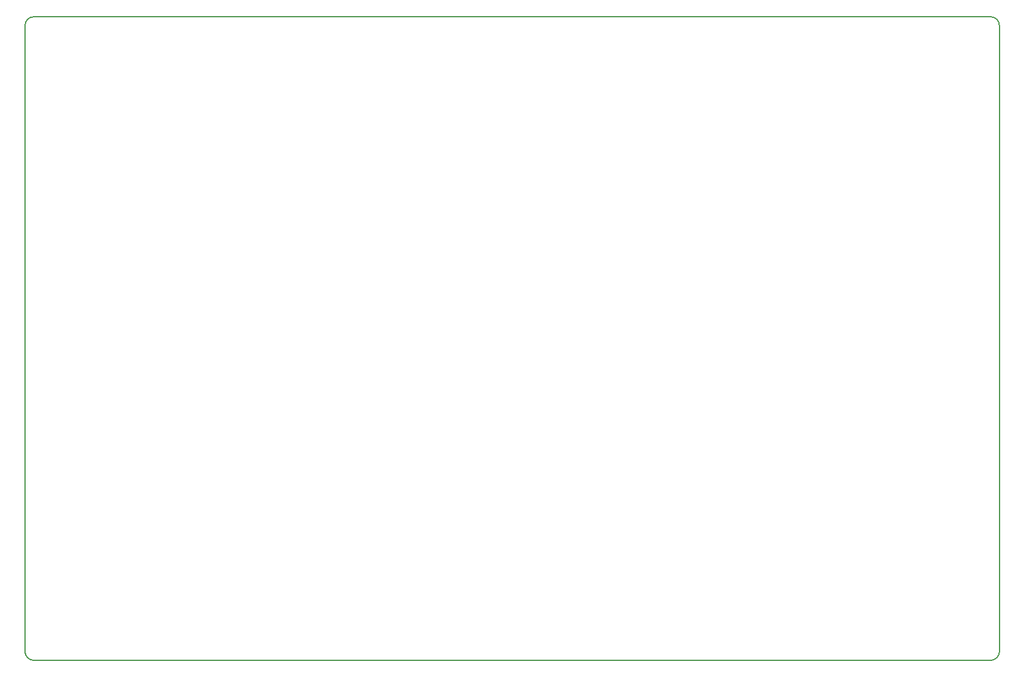
<source format=gbr>
%TF.GenerationSoftware,KiCad,Pcbnew,(5.0.0-rc2-dev-493-gd776eaca8)*%
%TF.CreationDate,2018-05-18T19:49:43-07:00*%
%TF.ProjectId,STM32_MegaBlaster,53544D33325F4D656761426C61737465,rev?*%
%TF.SameCoordinates,Original*%
%TF.FileFunction,Profile,NP*%
%FSLAX46Y46*%
G04 Gerber Fmt 4.6, Leading zero omitted, Abs format (unit mm)*
G04 Created by KiCad (PCBNEW (5.0.0-rc2-dev-493-gd776eaca8)) date 05/18/18 19:49:43*
%MOMM*%
%LPD*%
G01*
G04 APERTURE LIST*
%ADD10C,0.150000*%
G04 APERTURE END LIST*
D10*
X59055000Y-31115000D02*
X59055000Y-120015000D01*
X196215000Y-29845000D02*
X60325000Y-29845000D01*
X197485000Y-31115000D02*
X197485000Y-120015000D01*
X196215000Y-121285000D02*
X60325000Y-121285000D01*
X197485000Y-120015000D02*
G75*
G02X196215000Y-121285000I-1270000J0D01*
G01*
X196215000Y-29845000D02*
G75*
G02X197485000Y-31115000I0J-1270000D01*
G01*
X59055000Y-31115000D02*
G75*
G02X60325000Y-29845000I1270000J0D01*
G01*
X60325000Y-121285000D02*
G75*
G02X59055000Y-120015000I0J1270000D01*
G01*
M02*

</source>
